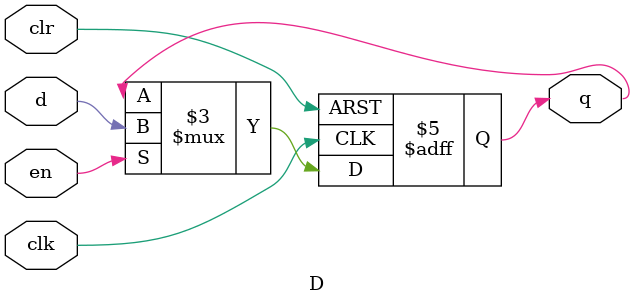
<source format=v>
module D(
	input wire clk,
	input wire clr,
	input wire en,
	input wire d,
	output reg q
);
	
	always@(posedge clk or posedge clr)begin
		if (clr)
			q <= 1'b0;
		else if (en)
			q <= d;
		else
			q <= q;
	end
endmodule
</source>
